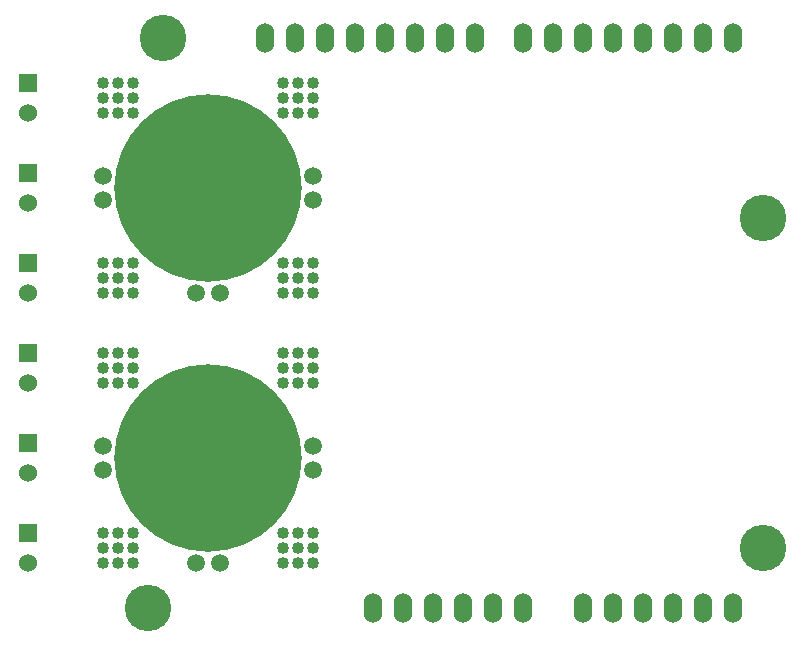
<source format=gbs>
G04 (created by PCBNEW (2013-07-07 BZR 4022)-stable) date 11/8/2017 12:14:33 PM*
%MOIN*%
G04 Gerber Fmt 3.4, Leading zero omitted, Abs format*
%FSLAX34Y34*%
G01*
G70*
G90*
G04 APERTURE LIST*
%ADD10C,0.00590551*%
%ADD11C,0.625*%
%ADD12C,0.04*%
%ADD13C,0.0590551*%
%ADD14R,0.06X0.06*%
%ADD15C,0.06*%
%ADD16O,0.06X0.1*%
%ADD17C,0.155*%
G04 APERTURE END LIST*
G54D10*
G54D11*
X85000Y-60500D03*
G54D12*
X82000Y-57500D03*
X82000Y-63500D03*
X81500Y-58000D03*
X82500Y-58000D03*
X82500Y-57000D03*
X81500Y-57000D03*
X82000Y-58000D03*
X81500Y-57500D03*
X82000Y-57000D03*
X82500Y-57500D03*
X81500Y-63000D03*
X82000Y-63000D03*
X82500Y-63000D03*
X82500Y-63500D03*
X82500Y-64000D03*
X82000Y-64000D03*
X81500Y-64000D03*
X81500Y-63500D03*
X87500Y-63000D03*
X88000Y-63000D03*
X88500Y-63000D03*
X88500Y-63500D03*
X88000Y-63500D03*
X87500Y-63500D03*
X87500Y-64000D03*
X88000Y-64000D03*
X88500Y-64000D03*
X87500Y-58000D03*
X87500Y-57500D03*
X87500Y-57000D03*
X88000Y-57000D03*
X88000Y-57500D03*
X88000Y-58000D03*
X88500Y-58000D03*
X88500Y-57500D03*
X88500Y-57000D03*
G54D13*
X84605Y-64000D03*
X85395Y-64000D03*
X81500Y-60105D03*
X81500Y-60895D03*
X88500Y-60895D03*
X88500Y-60105D03*
G54D14*
X79000Y-66000D03*
G54D15*
X79000Y-67000D03*
G54D14*
X79000Y-57000D03*
G54D15*
X79000Y-58000D03*
G54D14*
X79000Y-60000D03*
G54D15*
X79000Y-61000D03*
G54D14*
X79000Y-63000D03*
G54D15*
X79000Y-64000D03*
G54D14*
X79000Y-69000D03*
G54D15*
X79000Y-70000D03*
G54D14*
X79000Y-72000D03*
G54D15*
X79000Y-73000D03*
G54D16*
X102500Y-74500D03*
X101500Y-74500D03*
X100500Y-74500D03*
X97500Y-74500D03*
X98500Y-74500D03*
X99500Y-74500D03*
X95500Y-74500D03*
X94500Y-74500D03*
X93500Y-74500D03*
X91500Y-74500D03*
X90500Y-74500D03*
X102500Y-55500D03*
X101500Y-55500D03*
X100500Y-55500D03*
X99500Y-55500D03*
X98500Y-55500D03*
X97500Y-55500D03*
X96500Y-55500D03*
X95500Y-55500D03*
X93900Y-55500D03*
X92900Y-55500D03*
X91900Y-55500D03*
X90900Y-55500D03*
X89900Y-55500D03*
X88900Y-55500D03*
X87900Y-55500D03*
X86900Y-55500D03*
X92500Y-74500D03*
G54D17*
X103500Y-72500D03*
X103500Y-61500D03*
X83500Y-55500D03*
X83000Y-74500D03*
G54D11*
X85000Y-69500D03*
G54D12*
X82000Y-66500D03*
X82000Y-72500D03*
X81500Y-67000D03*
X82500Y-67000D03*
X82500Y-66000D03*
X81500Y-66000D03*
X82000Y-67000D03*
X81500Y-66500D03*
X82000Y-66000D03*
X82500Y-66500D03*
X81500Y-72000D03*
X82000Y-72000D03*
X82500Y-72000D03*
X82500Y-72500D03*
X82500Y-73000D03*
X82000Y-73000D03*
X81500Y-73000D03*
X81500Y-72500D03*
X87500Y-72000D03*
X88000Y-72000D03*
X88500Y-72000D03*
X88500Y-72500D03*
X88000Y-72500D03*
X87500Y-72500D03*
X87500Y-73000D03*
X88000Y-73000D03*
X88500Y-73000D03*
X87500Y-67000D03*
X87500Y-66500D03*
X87500Y-66000D03*
X88000Y-66000D03*
X88000Y-66500D03*
X88000Y-67000D03*
X88500Y-67000D03*
X88500Y-66500D03*
X88500Y-66000D03*
G54D13*
X84605Y-73000D03*
X85395Y-73000D03*
X81500Y-69105D03*
X81500Y-69895D03*
X88500Y-69895D03*
X88500Y-69105D03*
M02*

</source>
